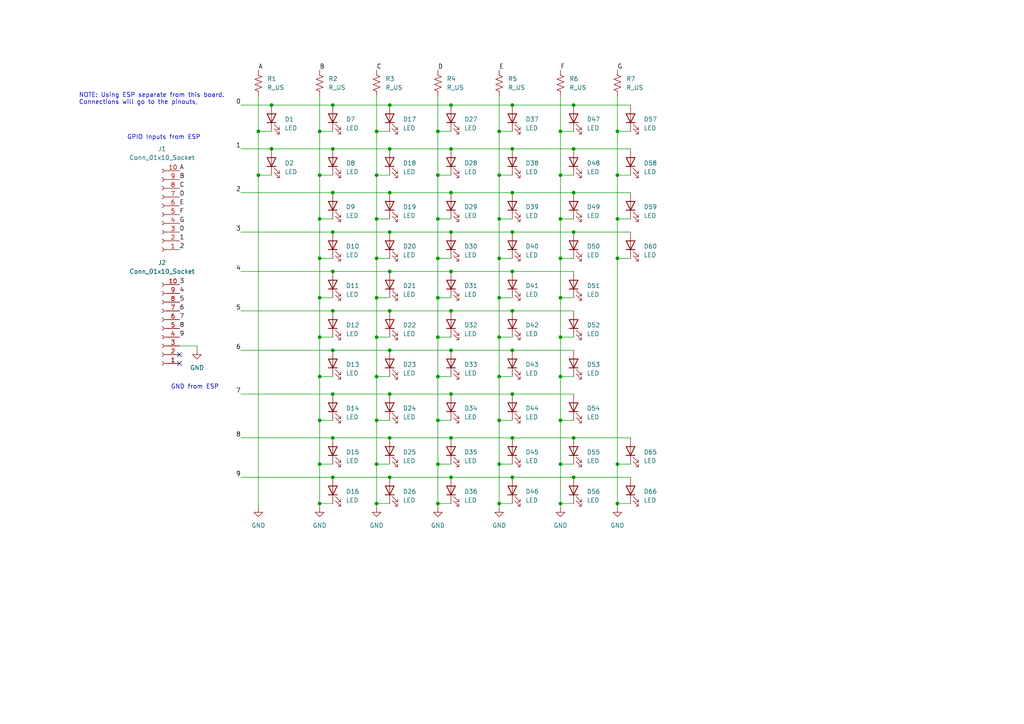
<source format=kicad_sch>
(kicad_sch (version 20230121) (generator eeschema)
  (paper "A4")
  (lib_symbols
    (symbol "Connector:Conn_01x10_Socket" (pin_names (offset 1.016) hide)
      (property "Reference" "J" (at 0 12.7 0))
      (property "Value" "Conn_01x10_Socket" (at 0 -15.24 0))
      (symbol "Conn_01x10_Socket_1_1"
        (arc (start 0 -12.192) (mid -0.5058 -12.7) (end 0 -13.208) (stroke (width 0.1524)))
        (arc (start 0 -9.652) (mid -0.5058 -10.16) (end 0 -10.668) (stroke (width 0.1524)))
        (arc (start 0 -7.112) (mid -0.5058 -7.62) (end 0 -8.128) (stroke (width 0.1524)))
        (arc (start 0 -4.572) (mid -0.5058 -5.08) (end 0 -5.588) (stroke (width 0.1524)))
        (arc (start 0 -2.032) (mid -0.5058 -2.54) (end 0 -3.048) (stroke (width 0.1524)))
        (polyline (pts (xy -1.27 -12.7) (xy -0.508 -12.7)) (stroke (width 0.1524)))
        (polyline (pts (xy -1.27 -10.16) (xy -0.508 -10.16)) (stroke (width 0.1524)))
        (polyline (pts (xy -1.27 -7.62) (xy -0.508 -7.62)) (stroke (width 0.1524)))
        (polyline (pts (xy -1.27 -5.08) (xy -0.508 -5.08)) (stroke (width 0.1524)))
        (polyline (pts (xy -1.27 -2.54) (xy -0.508 -2.54)) (stroke (width 0.1524)))
        (polyline (pts (xy -1.27 0) (xy -0.508 0)) (stroke (width 0.1524)))
        (polyline (pts (xy -1.27 2.54) (xy -0.508 2.54)) (stroke (width 0.1524)))
        (polyline (pts (xy -1.27 5.08) (xy -0.508 5.08)) (stroke (width 0.1524)))
        (polyline (pts (xy -1.27 7.62) (xy -0.508 7.62)) (stroke (width 0.1524)))
        (polyline (pts (xy -1.27 10.16) (xy -0.508 10.16)) (stroke (width 0.1524)))
        (arc (start 0 0.508) (mid -0.5058 0) (end 0 -0.508) (stroke (width 0.1524)))
        (arc (start 0 3.048) (mid -0.5058 2.54) (end 0 2.032) (stroke (width 0.1524)))
        (arc (start 0 5.588) (mid -0.5058 5.08) (end 0 4.572) (stroke (width 0.1524)))
        (arc (start 0 8.128) (mid -0.5058 7.62) (end 0 7.112) (stroke (width 0.1524)))
        (arc (start 0 10.668) (mid -0.5058 10.16) (end 0 9.652) (stroke (width 0.1524)))
        (pin passive line (at -5.08 10.16 0) (length 3.81) (name "Pin_1") (number "1"))
        (pin passive line (at -5.08 -12.7 0) (length 3.81) (name "Pin_10") (number "10"))
        (pin passive line (at -5.08 7.62 0) (length 3.81) (name "Pin_2") (number "2"))
        (pin passive line (at -5.08 5.08 0) (length 3.81) (name "Pin_3") (number "3"))
        (pin passive line (at -5.08 2.54 0) (length 3.81) (name "Pin_4") (number "4"))
        (pin passive line (at -5.08 0 0) (length 3.81) (name "Pin_5") (number "5"))
        (pin passive line (at -5.08 -2.54 0) (length 3.81) (name "Pin_6") (number "6"))
        (pin passive line (at -5.08 -5.08 0) (length 3.81) (name "Pin_7") (number "7"))
        (pin passive line (at -5.08 -7.62 0) (length 3.81) (name "Pin_8") (number "8"))
        (pin passive line (at -5.08 -10.16 0) (length 3.81) (name "Pin_9") (number "9"))
      )
    )
    (symbol "Device:LED" (pin_numbers hide) (pin_names (offset 1.016) hide)
      (property "Reference" "D" (at 0 2.54 0))
      (property "Value" "LED" (at 0 -2.54 0))
      (symbol "LED_0_1"
        (polyline (pts (xy -1.27 -1.27) (xy -1.27 1.27)) (stroke (width 0.254)))
        (polyline (pts (xy -1.27 0) (xy 1.27 0)))
        (polyline (pts (xy 1.27 -1.27) (xy 1.27 1.27) (xy -1.27 0) (xy 1.27 -1.27)) (stroke (width 0.254)))
        (polyline (pts (xy -3.048 -0.762) (xy -4.572 -2.286) (xy -3.81 -2.286) (xy -4.572 -2.286) (xy -4.572 -1.524)))
        (polyline (pts (xy -1.778 -0.762) (xy -3.302 -2.286) (xy -2.54 -2.286) (xy -3.302 -2.286) (xy -3.302 -1.524)))
      )
      (symbol "LED_1_1"
        (pin passive line (at -3.81 0 0) (length 2.54) (name "K") (number "1"))
        (pin passive line (at 3.81 0 180) (length 2.54) (name "A") (number "2"))
      )
    )
    (symbol "Device:R_US" (pin_numbers hide) (pin_names (offset 0))
      (property "Reference" "R" (at 2.54 0 90))
      (property "Value" "R_US" (at -2.54 0 90))
      (symbol "R_US_0_1"
        (polyline (pts (xy 0 -2.286) (xy 0 -2.54)))
        (polyline (pts (xy 0 2.286) (xy 0 2.54)))
        (polyline (pts (xy 0 -0.762) (xy 1.016 -1.143) (xy 0 -1.524) (xy -1.016 -1.905) (xy 0 -2.286)))
        (polyline (pts (xy 0 0.762) (xy 1.016 0.381) (xy 0 0) (xy -1.016 -0.381) (xy 0 -0.762)))
        (polyline (pts (xy 0 2.286) (xy 1.016 1.905) (xy 0 1.524) (xy -1.016 1.143) (xy 0 0.762)))
      )
      (symbol "R_US_1_1"
        (pin passive line (at 0 3.81 270) (length 1.27) (name "~") (number "1"))
        (pin passive line (at 0 -3.81 90) (length 1.27) (name "~") (number "2"))
      )
    )
    (symbol "power:GND" (power) (pin_names (offset 0))
      (property "Value" "GND" (at 0 -3.81 0))
      (symbol "GND_0_1"
        (polyline (pts (xy 0 0) (xy 0 -1.27) (xy 1.27 -1.27) (xy 0 -2.54) (xy -1.27 -1.27) (xy 0 -1.27)))
      )
      (symbol "GND_1_1"
        (pin power_in line (at 0 0 270) (length 0) hide (name "GND") (number "1"))
      )
    )
  )
  (junction (at 113.03 114.3))
  (junction (at 148.59 101.6))
  (junction (at 96.52 67.31))
  (junction (at 130.81 114.3))
  (junction (at 127 74.93))
  (junction (at 92.71 74.93))
  (junction (at 109.22 109.22))
  (junction (at 166.37 127))
  (junction (at 162.56 121.92))
  (junction (at 130.81 30.48))
  (junction (at 113.03 43.18))
  (junction (at 179.07 74.93))
  (junction (at 144.78 109.22))
  (junction (at 162.56 74.93))
  (junction (at 127 97.79))
  (junction (at 179.07 50.8))
  (junction (at 130.81 43.18))
  (junction (at 96.52 138.43))
  (junction (at 113.03 55.88))
  (junction (at 130.81 67.31))
  (junction (at 127 63.5))
  (junction (at 162.56 50.8))
  (junction (at 127 50.8))
  (junction (at 96.52 55.88))
  (junction (at 166.37 30.48))
  (junction (at 109.22 146.05))
  (junction (at 92.71 121.92))
  (junction (at 113.03 101.6))
  (junction (at 96.52 90.17))
  (junction (at 109.22 74.93))
  (junction (at 144.78 146.05))
  (junction (at 144.78 63.5))
  (junction (at 162.56 86.36))
  (junction (at 96.52 78.74))
  (junction (at 96.52 114.3))
  (junction (at 162.56 146.05))
  (junction (at 92.71 86.36))
  (junction (at 148.59 78.74))
  (junction (at 166.37 138.43))
  (junction (at 130.81 78.74))
  (junction (at 144.78 86.36))
  (junction (at 127 86.36))
  (junction (at 179.07 146.05))
  (junction (at 109.22 38.1))
  (junction (at 148.59 138.43))
  (junction (at 148.59 55.88))
  (junction (at 113.03 127))
  (junction (at 130.81 127))
  (junction (at 162.56 134.62))
  (junction (at 113.03 78.74))
  (junction (at 96.52 101.6))
  (junction (at 109.22 50.8))
  (junction (at 96.52 30.48))
  (junction (at 162.56 38.1))
  (junction (at 109.22 97.79))
  (junction (at 92.71 146.05))
  (junction (at 166.37 55.88))
  (junction (at 113.03 138.43))
  (junction (at 144.78 74.93))
  (junction (at 92.71 50.8))
  (junction (at 179.07 63.5))
  (junction (at 109.22 121.92))
  (junction (at 78.74 43.18))
  (junction (at 92.71 97.79))
  (junction (at 162.56 109.22))
  (junction (at 96.52 43.18))
  (junction (at 179.07 38.1))
  (junction (at 144.78 38.1))
  (junction (at 127 38.1))
  (junction (at 148.59 114.3))
  (junction (at 127 134.62))
  (junction (at 148.59 30.48))
  (junction (at 113.03 30.48))
  (junction (at 148.59 127))
  (junction (at 148.59 67.31))
  (junction (at 166.37 67.31))
  (junction (at 130.81 138.43))
  (junction (at 109.22 63.5))
  (junction (at 144.78 134.62))
  (junction (at 130.81 55.88))
  (junction (at 127 121.92))
  (junction (at 166.37 43.18))
  (junction (at 162.56 63.5))
  (junction (at 92.71 38.1))
  (junction (at 109.22 134.62))
  (junction (at 148.59 43.18))
  (junction (at 162.56 97.79))
  (junction (at 113.03 67.31))
  (junction (at 127 109.22))
  (junction (at 179.07 134.62))
  (junction (at 78.74 30.48))
  (junction (at 144.78 97.79))
  (junction (at 127 146.05))
  (junction (at 74.93 38.1))
  (junction (at 92.71 63.5))
  (junction (at 96.52 127))
  (junction (at 74.93 50.8))
  (junction (at 148.59 90.17))
  (junction (at 92.71 134.62))
  (junction (at 144.78 50.8))
  (junction (at 109.22 86.36))
  (junction (at 113.03 90.17))
  (junction (at 144.78 121.92))
  (junction (at 130.81 90.17))
  (junction (at 92.71 109.22))
  (junction (at 130.81 101.6))
  (no_connect (at 52.07 105.41))
  (no_connect (at 52.07 102.87))
  (wire (pts (xy 144.78 121.92) (xy 148.59 121.92)))
  (wire (pts (xy 92.71 97.79) (xy 92.71 109.22)))
  (wire (pts (xy 96.52 55.88) (xy 113.03 55.88)))
  (wire (pts (xy 92.71 63.5) (xy 96.52 63.5)))
  (wire (pts (xy 162.56 146.05) (xy 162.56 147.32)))
  (wire (pts (xy 109.22 38.1) (xy 113.03 38.1)))
  (wire (pts (xy 109.22 146.05) (xy 113.03 146.05)))
  (wire (pts (xy 92.71 134.62) (xy 92.71 146.05)))
  (wire (pts (xy 69.85 43.18) (xy 78.74 43.18)))
  (wire (pts (xy 144.78 134.62) (xy 148.59 134.62)))
  (wire (pts (xy 109.22 121.92) (xy 109.22 134.62)))
  (wire (pts (xy 74.93 38.1) (xy 74.93 50.8)))
  (wire (pts (xy 162.56 86.36) (xy 162.56 97.79)))
  (wire (pts (xy 92.71 146.05) (xy 92.71 147.32)))
  (wire (pts (xy 130.81 138.43) (xy 148.59 138.43)))
  (wire (pts (xy 92.71 38.1) (xy 96.52 38.1)))
  (wire (pts (xy 69.85 90.17) (xy 96.52 90.17)))
  (wire (pts (xy 96.52 127) (xy 113.03 127)))
  (wire (pts (xy 179.07 50.8) (xy 182.88 50.8)))
  (wire (pts (xy 92.71 74.93) (xy 96.52 74.93)))
  (wire (pts (xy 162.56 63.5) (xy 166.37 63.5)))
  (wire (pts (xy 109.22 134.62) (xy 109.22 146.05)))
  (wire (pts (xy 127 74.93) (xy 127 86.36)))
  (wire (pts (xy 144.78 86.36) (xy 148.59 86.36)))
  (wire (pts (xy 179.07 27.94) (xy 179.07 38.1)))
  (wire (pts (xy 144.78 146.05) (xy 144.78 147.32)))
  (wire (pts (xy 109.22 109.22) (xy 113.03 109.22)))
  (wire (pts (xy 109.22 74.93) (xy 113.03 74.93)))
  (wire (pts (xy 162.56 38.1) (xy 166.37 38.1)))
  (wire (pts (xy 162.56 109.22) (xy 162.56 121.92)))
  (wire (pts (xy 92.71 86.36) (xy 96.52 86.36)))
  (wire (pts (xy 130.81 43.18) (xy 148.59 43.18)))
  (wire (pts (xy 144.78 97.79) (xy 144.78 109.22)))
  (wire (pts (xy 69.85 78.74) (xy 96.52 78.74)))
  (wire (pts (xy 162.56 134.62) (xy 166.37 134.62)))
  (wire (pts (xy 144.78 109.22) (xy 144.78 121.92)))
  (wire (pts (xy 130.81 78.74) (xy 148.59 78.74)))
  (wire (pts (xy 92.71 121.92) (xy 92.71 134.62)))
  (wire (pts (xy 127 97.79) (xy 130.81 97.79)))
  (wire (pts (xy 144.78 63.5) (xy 144.78 74.93)))
  (wire (pts (xy 127 134.62) (xy 127 146.05)))
  (wire (pts (xy 92.71 74.93) (xy 92.71 86.36)))
  (wire (pts (xy 144.78 38.1) (xy 148.59 38.1)))
  (wire (pts (xy 113.03 30.48) (xy 130.81 30.48)))
  (wire (pts (xy 127 146.05) (xy 127 147.32)))
  (wire (pts (xy 96.52 90.17) (xy 113.03 90.17)))
  (wire (pts (xy 109.22 38.1) (xy 109.22 50.8)))
  (wire (pts (xy 127 86.36) (xy 127 97.79)))
  (wire (pts (xy 148.59 67.31) (xy 166.37 67.31)))
  (wire (pts (xy 127 63.5) (xy 130.81 63.5)))
  (wire (pts (xy 113.03 127) (xy 130.81 127)))
  (wire (pts (xy 179.07 146.05) (xy 182.88 146.05)))
  (wire (pts (xy 109.22 50.8) (xy 109.22 63.5)))
  (wire (pts (xy 92.71 50.8) (xy 92.71 63.5)))
  (wire (pts (xy 96.52 90.17) (xy 96.52 91.44)))
  (wire (pts (xy 113.03 43.18) (xy 130.81 43.18)))
  (wire (pts (xy 162.56 38.1) (xy 162.56 50.8)))
  (wire (pts (xy 162.56 121.92) (xy 166.37 121.92)))
  (wire (pts (xy 69.85 138.43) (xy 96.52 138.43)))
  (wire (pts (xy 113.03 138.43) (xy 130.81 138.43)))
  (wire (pts (xy 148.59 138.43) (xy 166.37 138.43)))
  (wire (pts (xy 144.78 109.22) (xy 148.59 109.22)))
  (wire (pts (xy 179.07 74.93) (xy 182.88 74.93)))
  (wire (pts (xy 144.78 74.93) (xy 144.78 86.36)))
  (wire (pts (xy 57.15 100.33) (xy 52.07 100.33)))
  (wire (pts (xy 179.07 38.1) (xy 182.88 38.1)))
  (wire (pts (xy 96.52 78.74) (xy 113.03 78.74)))
  (wire (pts (xy 92.71 63.5) (xy 92.71 74.93)))
  (wire (pts (xy 179.07 38.1) (xy 179.07 50.8)))
  (wire (pts (xy 109.22 146.05) (xy 109.22 147.32)))
  (wire (pts (xy 109.22 134.62) (xy 113.03 134.62)))
  (wire (pts (xy 148.59 90.17) (xy 166.37 90.17)))
  (wire (pts (xy 109.22 74.93) (xy 109.22 86.36)))
  (wire (pts (xy 127 109.22) (xy 130.81 109.22)))
  (wire (pts (xy 69.85 101.6) (xy 96.52 101.6)))
  (wire (pts (xy 96.52 67.31) (xy 113.03 67.31)))
  (wire (pts (xy 144.78 74.93) (xy 148.59 74.93)))
  (wire (pts (xy 127 50.8) (xy 127 63.5)))
  (wire (pts (xy 127 74.93) (xy 130.81 74.93)))
  (wire (pts (xy 144.78 27.94) (xy 144.78 38.1)))
  (wire (pts (xy 179.07 63.5) (xy 182.88 63.5)))
  (wire (pts (xy 130.81 67.31) (xy 148.59 67.31)))
  (wire (pts (xy 162.56 109.22) (xy 166.37 109.22)))
  (wire (pts (xy 127 50.8) (xy 130.81 50.8)))
  (wire (pts (xy 113.03 90.17) (xy 130.81 90.17)))
  (wire (pts (xy 162.56 146.05) (xy 166.37 146.05)))
  (wire (pts (xy 130.81 101.6) (xy 148.59 101.6)))
  (wire (pts (xy 179.07 134.62) (xy 182.88 134.62)))
  (wire (pts (xy 144.78 134.62) (xy 144.78 146.05)))
  (wire (pts (xy 109.22 97.79) (xy 113.03 97.79)))
  (wire (pts (xy 92.71 121.92) (xy 96.52 121.92)))
  (wire (pts (xy 148.59 114.3) (xy 166.37 114.3)))
  (wire (pts (xy 179.07 146.05) (xy 179.07 147.32)))
  (wire (pts (xy 57.15 101.6) (xy 57.15 100.33)))
  (wire (pts (xy 162.56 50.8) (xy 166.37 50.8)))
  (wire (pts (xy 92.71 146.05) (xy 96.52 146.05)))
  (wire (pts (xy 144.78 50.8) (xy 148.59 50.8)))
  (wire (pts (xy 130.81 127) (xy 148.59 127)))
  (wire (pts (xy 162.56 27.94) (xy 162.56 38.1)))
  (wire (pts (xy 162.56 134.62) (xy 162.56 146.05)))
  (wire (pts (xy 127 38.1) (xy 127 50.8)))
  (wire (pts (xy 74.93 38.1) (xy 78.74 38.1)))
  (wire (pts (xy 144.78 146.05) (xy 148.59 146.05)))
  (wire (pts (xy 127 109.22) (xy 127 121.92)))
  (wire (pts (xy 69.85 67.31) (xy 96.52 67.31)))
  (wire (pts (xy 130.81 114.3) (xy 148.59 114.3)))
  (wire (pts (xy 96.52 101.6) (xy 113.03 101.6)))
  (wire (pts (xy 109.22 86.36) (xy 109.22 97.79)))
  (wire (pts (xy 96.52 43.18) (xy 113.03 43.18)))
  (wire (pts (xy 127 97.79) (xy 127 109.22)))
  (wire (pts (xy 162.56 97.79) (xy 162.56 109.22)))
  (wire (pts (xy 113.03 101.6) (xy 130.81 101.6)))
  (wire (pts (xy 179.07 134.62) (xy 179.07 146.05)))
  (wire (pts (xy 148.59 55.88) (xy 166.37 55.88)))
  (wire (pts (xy 113.03 55.88) (xy 130.81 55.88)))
  (wire (pts (xy 92.71 109.22) (xy 96.52 109.22)))
  (wire (pts (xy 162.56 74.93) (xy 162.56 86.36)))
  (wire (pts (xy 69.85 114.3) (xy 96.52 114.3)))
  (wire (pts (xy 162.56 74.93) (xy 166.37 74.93)))
  (wire (pts (xy 162.56 50.8) (xy 162.56 63.5)))
  (wire (pts (xy 92.71 38.1) (xy 92.71 50.8)))
  (wire (pts (xy 92.71 50.8) (xy 96.52 50.8)))
  (wire (pts (xy 96.52 138.43) (xy 113.03 138.43)))
  (wire (pts (xy 130.81 55.88) (xy 148.59 55.88)))
  (wire (pts (xy 162.56 97.79) (xy 166.37 97.79)))
  (wire (pts (xy 92.71 109.22) (xy 92.71 121.92)))
  (wire (pts (xy 179.07 74.93) (xy 179.07 134.62)))
  (wire (pts (xy 144.78 121.92) (xy 144.78 134.62)))
  (wire (pts (xy 113.03 114.3) (xy 130.81 114.3)))
  (wire (pts (xy 144.78 50.8) (xy 144.78 63.5)))
  (wire (pts (xy 92.71 134.62) (xy 96.52 134.62)))
  (wire (pts (xy 162.56 86.36) (xy 166.37 86.36)))
  (wire (pts (xy 127 121.92) (xy 130.81 121.92)))
  (wire (pts (xy 92.71 97.79) (xy 96.52 97.79)))
  (wire (pts (xy 148.59 30.48) (xy 166.37 30.48)))
  (wire (pts (xy 144.78 86.36) (xy 144.78 97.79)))
  (wire (pts (xy 69.85 55.88) (xy 96.52 55.88)))
  (wire (pts (xy 127 121.92) (xy 127 134.62)))
  (wire (pts (xy 74.93 50.8) (xy 78.74 50.8)))
  (wire (pts (xy 127 27.94) (xy 127 38.1)))
  (wire (pts (xy 162.56 63.5) (xy 162.56 74.93)))
  (wire (pts (xy 96.52 114.3) (xy 113.03 114.3)))
  (wire (pts (xy 109.22 63.5) (xy 109.22 74.93)))
  (wire (pts (xy 166.37 55.88) (xy 182.88 55.88)))
  (wire (pts (xy 162.56 121.92) (xy 162.56 134.62)))
  (wire (pts (xy 109.22 50.8) (xy 113.03 50.8)))
  (wire (pts (xy 127 134.62) (xy 130.81 134.62)))
  (wire (pts (xy 179.07 50.8) (xy 179.07 63.5)))
  (wire (pts (xy 96.52 30.48) (xy 113.03 30.48)))
  (wire (pts (xy 144.78 38.1) (xy 144.78 50.8)))
  (wire (pts (xy 69.85 127) (xy 96.52 127)))
  (wire (pts (xy 113.03 67.31) (xy 130.81 67.31)))
  (wire (pts (xy 148.59 127) (xy 166.37 127)))
  (wire (pts (xy 92.71 86.36) (xy 92.71 97.79)))
  (wire (pts (xy 130.81 30.48) (xy 148.59 30.48)))
  (wire (pts (xy 127 146.05) (xy 130.81 146.05)))
  (wire (pts (xy 144.78 97.79) (xy 148.59 97.79)))
  (wire (pts (xy 166.37 127) (xy 182.88 127)))
  (wire (pts (xy 78.74 30.48) (xy 96.52 30.48)))
  (wire (pts (xy 179.07 63.5) (xy 179.07 74.93)))
  (wire (pts (xy 109.22 109.22) (xy 109.22 121.92)))
  (wire (pts (xy 109.22 121.92) (xy 113.03 121.92)))
  (wire (pts (xy 109.22 63.5) (xy 113.03 63.5)))
  (wire (pts (xy 130.81 90.17) (xy 148.59 90.17)))
  (wire (pts (xy 148.59 101.6) (xy 166.37 101.6)))
  (wire (pts (xy 69.85 30.48) (xy 78.74 30.48)))
  (wire (pts (xy 166.37 30.48) (xy 182.88 30.48)))
  (wire (pts (xy 127 63.5) (xy 127 74.93)))
  (wire (pts (xy 144.78 63.5) (xy 148.59 63.5)))
  (wire (pts (xy 78.74 43.18) (xy 96.52 43.18)))
  (wire (pts (xy 166.37 67.31) (xy 182.88 67.31)))
  (wire (pts (xy 148.59 78.74) (xy 166.37 78.74)))
  (wire (pts (xy 127 86.36) (xy 130.81 86.36)))
  (wire (pts (xy 166.37 43.18) (xy 182.88 43.18)))
  (wire (pts (xy 74.93 50.8) (xy 74.93 147.32)))
  (wire (pts (xy 166.37 138.43) (xy 182.88 138.43)))
  (wire (pts (xy 74.93 27.94) (xy 74.93 38.1)))
  (wire (pts (xy 92.71 27.94) (xy 92.71 38.1)))
  (wire (pts (xy 109.22 27.94) (xy 109.22 38.1)))
  (wire (pts (xy 148.59 43.18) (xy 166.37 43.18)))
  (wire (pts (xy 113.03 78.74) (xy 130.81 78.74)))
  (wire (pts (xy 127 38.1) (xy 130.81 38.1)))
  (wire (pts (xy 109.22 97.79) (xy 109.22 109.22)))
  (wire (pts (xy 109.22 86.36) (xy 113.03 86.36)))
  (text "GND from ESP\n" (at 49.53 113.03 0) (effects (font (size 1.27 1.27)) (justify left bottom)))
  (text "NOTE: Using ESP separate from this board. \nConnections will go to the pinouts," (at 22.86 30.48 0) (effects (font (size 1.27 1.27)) (justify left bottom)))
  (text "GPIO Inputs from ESP" (at 36.83 40.64 0) (effects (font (size 1.27 1.27)) (justify left bottom)))
  (label "0" (at 52.07 67.31 0))
  (label "B" (at 52.07 52.07 0))
  (label "F" (at 162.56 20.32 0))
  (label "E" (at 52.07 59.69 0))
  (label "0" (at 69.85 30.48 180))
  (label "1" (at 52.07 69.85 0))
  (label "E" (at 144.78 20.32 0))
  (label "7" (at 52.07 92.71 0))
  (label "4" (at 69.85 78.74 180))
  (label "2" (at 69.85 55.88 180))
  (label "C" (at 52.07 54.61 0))
  (label "9" (at 69.85 138.43 180))
  (label "3" (at 52.07 82.55 0))
  (label "8" (at 69.85 127 180))
  (label "A" (at 52.07 49.53 0))
  (label "B" (at 92.71 20.32 0))
  (label "7" (at 69.85 114.3 180))
  (label "F" (at 52.07 62.23 0))
  (label "D" (at 127 20.32 0))
  (label "8" (at 52.07 95.25 0))
  (label "5" (at 52.07 87.63 0))
  (label "6" (at 52.07 90.17 0))
  (label "2" (at 52.07 72.39 0))
  (label "1" (at 69.85 43.18 180))
  (label "9" (at 52.07 97.79 0))
  (label "4" (at 52.07 85.09 0))
  (label "A" (at 74.93 20.32 0))
  (label "C" (at 109.22 20.32 0))
  (label "G" (at 179.07 20.32 0))
  (label "6" (at 69.85 101.6 180))
  (label "D" (at 52.07 57.15 0))
  (label "G" (at 52.07 64.77 0))
  (label "5" (at 69.85 90.17 180))
  (label "3" (at 69.85 67.31 180))
  (symbol (lib_id "Device:LED") (at 130.81 118.11 90) (unit 1)
    (property "Reference" "D34" (at 134.62 118.4275 90) (effects (justify right)))
    (property "Value" "LED" (at 134.62 120.9675 90) (effects (justify right)))
    (property "Footprint" "LED_SMD:LED_0603_1608Metric" (effects hide))
  )
  (symbol (lib_id "Device:LED") (at 182.88 59.69 90) (unit 1)
    (property "Reference" "D59" (at 186.69 60.0075 90) (effects (justify right)))
    (property "Value" "LED" (at 186.69 62.5475 90) (effects (justify right)))
    (property "Footprint" "LED_SMD:LED_0603_1608Metric" (effects hide))
  )
  (symbol (lib_id "Device:LED") (at 182.88 46.99 90) (unit 1)
    (property "Reference" "D58" (at 186.69 47.3075 90) (effects (justify right)))
    (property "Value" "LED" (at 186.69 49.8475 90) (effects (justify right)))
    (property "Footprint" "LED_SMD:LED_0603_1608Metric" (effects hide))
  )
  (symbol (lib_id "power:GND") (at 57.15 101.6 0) (unit 1)
    (property "Reference" "#PWR08" (effects hide))
    (property "Value" "GND" (at 57.15 106.68 0))
  )
  (symbol (lib_id "Device:LED") (at 113.03 71.12 90) (unit 1)
    (property "Reference" "D20" (at 116.84 71.4375 90) (effects (justify right)))
    (property "Value" "LED" (at 116.84 73.9775 90) (effects (justify right)))
    (property "Footprint" "LED_SMD:LED_0603_1608Metric" (effects hide))
  )
  (symbol (lib_id "Device:LED") (at 130.81 142.24 90) (unit 1)
    (property "Reference" "D36" (at 134.62 142.5575 90) (effects (justify right)))
    (property "Value" "LED" (at 134.62 145.0975 90) (effects (justify right)))
    (property "Footprint" "LED_SMD:LED_0603_1608Metric" (effects hide))
  )
  (symbol (lib_id "Device:LED") (at 166.37 82.55 90) (unit 1)
    (property "Reference" "D51" (at 170.18 82.8675 90) (effects (justify right)))
    (property "Value" "LED" (at 170.18 85.4075 90) (effects (justify right)))
    (property "Footprint" "LED_SMD:LED_0603_1608Metric" (effects hide))
  )
  (symbol (lib_id "Device:LED") (at 166.37 118.11 90) (unit 1)
    (property "Reference" "D54" (at 170.18 118.4275 90) (effects (justify right)))
    (property "Value" "LED" (at 170.18 120.9675 90) (effects (justify right)))
    (property "Footprint" "LED_SMD:LED_0603_1608Metric" (effects hide))
  )
  (symbol (lib_id "Device:LED") (at 166.37 59.69 90) (unit 1)
    (property "Reference" "D49" (at 170.18 60.0075 90) (effects (justify right)))
    (property "Value" "LED" (at 170.18 62.5475 90) (effects (justify right)))
    (property "Footprint" "LED_SMD:LED_0603_1608Metric" (effects hide))
  )
  (symbol (lib_id "Device:LED") (at 130.81 59.69 90) (unit 1)
    (property "Reference" "D29" (at 134.62 60.0075 90) (effects (justify right)))
    (property "Value" "LED" (at 134.62 62.5475 90) (effects (justify right)))
    (property "Footprint" "LED_SMD:LED_0603_1608Metric" (effects hide))
  )
  (symbol (lib_id "Device:LED") (at 148.59 93.98 90) (unit 1)
    (property "Reference" "D42" (at 152.4 94.2975 90) (effects (justify right)))
    (property "Value" "LED" (at 152.4 96.8375 90) (effects (justify right)))
    (property "Footprint" "LED_SMD:LED_0603_1608Metric" (effects hide))
  )
  (symbol (lib_id "Device:LED") (at 130.81 105.41 90) (unit 1)
    (property "Reference" "D33" (at 134.62 105.7275 90) (effects (justify right)))
    (property "Value" "LED" (at 134.62 108.2675 90) (effects (justify right)))
    (property "Footprint" "LED_SMD:LED_0603_1608Metric" (effects hide))
  )
  (symbol (lib_id "power:GND") (at 109.22 147.32 0) (unit 1)
    (property "Reference" "#PWR03" (effects hide))
    (property "Value" "GND" (at 109.22 152.4 0))
  )
  (symbol (lib_id "Device:LED") (at 182.88 71.12 90) (unit 1)
    (property "Reference" "D60" (at 186.69 71.4375 90) (effects (justify right)))
    (property "Value" "LED" (at 186.69 73.9775 90) (effects (justify right)))
    (property "Footprint" "LED_SMD:LED_0603_1608Metric" (effects hide))
  )
  (symbol (lib_id "Device:LED") (at 148.59 130.81 90) (unit 1)
    (property "Reference" "D45" (at 152.4 131.1275 90) (effects (justify right)))
    (property "Value" "LED" (at 152.4 133.6675 90) (effects (justify right)))
    (property "Footprint" "LED_SMD:LED_0603_1608Metric" (effects hide))
  )
  (symbol (lib_id "Device:LED") (at 96.52 46.99 90) (unit 1)
    (property "Reference" "D8" (at 100.33 47.3075 90) (effects (justify right)))
    (property "Value" "LED" (at 100.33 49.8475 90) (effects (justify right)))
    (property "Footprint" "LED_SMD:LED_0603_1608Metric" (effects hide))
  )
  (symbol (lib_id "Device:LED") (at 113.03 105.41 90) (unit 1)
    (property "Reference" "D23" (at 116.84 105.7275 90) (effects (justify right)))
    (property "Value" "LED" (at 116.84 108.2675 90) (effects (justify right)))
    (property "Footprint" "LED_SMD:LED_0603_1608Metric" (effects hide))
  )
  (symbol (lib_id "Device:R_US") (at 162.56 24.13 0) (unit 1)
    (property "Reference" "R6" (at 165.1 22.86 0) (effects (justify left)))
    (property "Value" "R_US" (at 165.1 25.4 0) (effects (justify left)))
    (property "Footprint" "Resistor_SMD:R_0603_1608Metric" (effects hide))
  )
  (symbol (lib_id "Device:LED") (at 130.81 46.99 90) (unit 1)
    (property "Reference" "D28" (at 134.62 47.3075 90) (effects (justify right)))
    (property "Value" "LED" (at 134.62 49.8475 90) (effects (justify right)))
    (property "Footprint" "LED_SMD:LED_0603_1608Metric" (effects hide))
  )
  (symbol (lib_id "power:GND") (at 144.78 147.32 0) (unit 1)
    (property "Reference" "#PWR05" (effects hide))
    (property "Value" "GND" (at 144.78 152.4 0))
  )
  (symbol (lib_id "Device:LED") (at 113.03 142.24 90) (unit 1)
    (property "Reference" "D26" (at 116.84 142.5575 90) (effects (justify right)))
    (property "Value" "LED" (at 116.84 145.0975 90) (effects (justify right)))
    (property "Footprint" "LED_SMD:LED_0603_1608Metric" (effects hide))
  )
  (symbol (lib_id "Device:LED") (at 96.52 142.24 90) (unit 1)
    (property "Reference" "D16" (at 100.33 142.5575 90) (effects (justify right)))
    (property "Value" "LED" (at 100.33 145.0975 90) (effects (justify right)))
    (property "Footprint" "LED_SMD:LED_0603_1608Metric" (effects hide))
  )
  (symbol (lib_id "power:GND") (at 162.56 147.32 0) (unit 1)
    (property "Reference" "#PWR06" (effects hide))
    (property "Value" "GND" (at 162.56 152.4 0))
  )
  (symbol (lib_id "Device:LED") (at 166.37 130.81 90) (unit 1)
    (property "Reference" "D55" (at 170.18 131.1275 90) (effects (justify right)))
    (property "Value" "LED" (at 170.18 133.6675 90) (effects (justify right)))
    (property "Footprint" "LED_SMD:LED_0603_1608Metric" (effects hide))
  )
  (symbol (lib_id "Device:LED") (at 166.37 105.41 90) (unit 1)
    (property "Reference" "D53" (at 170.18 105.7275 90) (effects (justify right)))
    (property "Value" "LED" (at 170.18 108.2675 90) (effects (justify right)))
    (property "Footprint" "LED_SMD:LED_0603_1608Metric" (effects hide))
  )
  (symbol (lib_id "Device:LED") (at 96.52 105.41 90) (unit 1)
    (property "Reference" "D13" (at 100.33 105.7275 90) (effects (justify right)))
    (property "Value" "LED" (at 100.33 108.2675 90) (effects (justify right)))
    (property "Footprint" "LED_SMD:LED_0603_1608Metric" (effects hide))
  )
  (symbol (lib_id "Device:LED") (at 96.52 71.12 90) (unit 1)
    (property "Reference" "D10" (at 100.33 71.4375 90) (effects (justify right)))
    (property "Value" "LED" (at 100.33 73.9775 90) (effects (justify right)))
    (property "Footprint" "LED_SMD:LED_0603_1608Metric" (effects hide))
  )
  (symbol (lib_id "Device:R_US") (at 179.07 24.13 0) (unit 1)
    (property "Reference" "R7" (at 181.61 22.86 0) (effects (justify left)))
    (property "Value" "R_US" (at 181.61 25.4 0) (effects (justify left)))
    (property "Footprint" "Resistor_SMD:R_0603_1608Metric" (effects hide))
  )
  (symbol (lib_id "power:GND") (at 179.07 147.32 0) (unit 1)
    (property "Reference" "#PWR07" (effects hide))
    (property "Value" "GND" (at 179.07 152.4 0))
  )
  (symbol (lib_id "Device:LED") (at 182.88 34.29 90) (unit 1)
    (property "Reference" "D57" (at 186.69 34.6075 90) (effects (justify right)))
    (property "Value" "LED" (at 186.69 37.1475 90) (effects (justify right)))
    (property "Footprint" "LED_SMD:LED_0603_1608Metric" (effects hide))
  )
  (symbol (lib_id "Device:R_US") (at 74.93 24.13 0) (unit 1)
    (property "Reference" "R1" (at 77.47 22.86 0) (effects (justify left)))
    (property "Value" "R_US" (at 77.47 25.4 0) (effects (justify left)))
    (property "Footprint" "Resistor_SMD:R_0603_1608Metric" (effects hide))
  )
  (symbol (lib_id "Device:LED") (at 148.59 118.11 90) (unit 1)
    (property "Reference" "D44" (at 152.4 118.4275 90) (effects (justify right)))
    (property "Value" "LED" (at 152.4 120.9675 90) (effects (justify right)))
    (property "Footprint" "LED_SMD:LED_0603_1608Metric" (effects hide))
  )
  (symbol (lib_id "Device:LED") (at 130.81 34.29 90) (unit 1)
    (property "Reference" "D27" (at 134.62 34.6075 90) (effects (justify right)))
    (property "Value" "LED" (at 134.62 37.1475 90) (effects (justify right)))
    (property "Footprint" "LED_SMD:LED_0603_1608Metric" (effects hide))
  )
  (symbol (lib_id "Device:LED") (at 96.52 34.29 90) (unit 1)
    (property "Reference" "D7" (at 100.33 34.6075 90) (effects (justify right)))
    (property "Value" "LED" (at 100.33 37.1475 90) (effects (justify right)))
    (property "Footprint" "LED_SMD:LED_0603_1608Metric" (effects hide))
  )
  (symbol (lib_id "Device:LED") (at 148.59 82.55 90) (unit 1)
    (property "Reference" "D41" (at 152.4 82.8675 90) (effects (justify right)))
    (property "Value" "LED" (at 152.4 85.4075 90) (effects (justify right)))
    (property "Footprint" "LED_SMD:LED_0603_1608Metric" (effects hide))
  )
  (symbol (lib_id "power:GND") (at 92.71 147.32 0) (unit 1)
    (property "Reference" "#PWR02" (effects hide))
    (property "Value" "GND" (at 92.71 152.4 0))
  )
  (symbol (lib_id "Device:LED") (at 148.59 34.29 90) (unit 1)
    (property "Reference" "D37" (at 152.4 34.6075 90) (effects (justify right)))
    (property "Value" "LED" (at 152.4 37.1475 90) (effects (justify right)))
    (property "Footprint" "LED_SMD:LED_0603_1608Metric" (effects hide))
  )
  (symbol (lib_id "Device:LED") (at 148.59 105.41 90) (unit 1)
    (property "Reference" "D43" (at 152.4 105.7275 90) (effects (justify right)))
    (property "Value" "LED" (at 152.4 108.2675 90) (effects (justify right)))
    (property "Footprint" "LED_SMD:LED_0603_1608Metric" (effects hide))
  )
  (symbol (lib_id "Device:LED") (at 166.37 71.12 90) (unit 1)
    (property "Reference" "D50" (at 170.18 71.4375 90) (effects (justify right)))
    (property "Value" "LED" (at 170.18 73.9775 90) (effects (justify right)))
    (property "Footprint" "LED_SMD:LED_0603_1608Metric" (effects hide))
  )
  (symbol (lib_id "Device:LED") (at 96.52 130.81 90) (unit 1)
    (property "Reference" "D15" (at 100.33 131.1275 90) (effects (justify right)))
    (property "Value" "LED" (at 100.33 133.6675 90) (effects (justify right)))
    (property "Footprint" "LED_SMD:LED_0603_1608Metric" (effects hide))
  )
  (symbol (lib_id "Device:LED") (at 113.03 118.11 90) (unit 1)
    (property "Reference" "D24" (at 116.84 118.4275 90) (effects (justify right)))
    (property "Value" "LED" (at 116.84 120.9675 90) (effects (justify right)))
    (property "Footprint" "LED_SMD:LED_0603_1608Metric" (effects hide))
  )
  (symbol (lib_id "Device:LED") (at 130.81 130.81 90) (unit 1)
    (property "Reference" "D35" (at 134.62 131.1275 90) (effects (justify right)))
    (property "Value" "LED" (at 134.62 133.6675 90) (effects (justify right)))
    (property "Footprint" "LED_SMD:LED_0603_1608Metric" (effects hide))
  )
  (symbol (lib_id "Device:LED") (at 148.59 46.99 90) (unit 1)
    (property "Reference" "D38" (at 152.4 47.3075 90) (effects (justify right)))
    (property "Value" "LED" (at 152.4 49.8475 90) (effects (justify right)))
    (property "Footprint" "LED_SMD:LED_0603_1608Metric" (effects hide))
  )
  (symbol (lib_id "Device:LED") (at 113.03 59.69 90) (unit 1)
    (property "Reference" "D19" (at 116.84 60.0075 90) (effects (justify right)))
    (property "Value" "LED" (at 116.84 62.5475 90) (effects (justify right)))
    (property "Footprint" "LED_SMD:LED_0603_1608Metric" (effects hide))
  )
  (symbol (lib_id "Device:LED") (at 78.74 34.29 90) (unit 1)
    (property "Reference" "D1" (at 82.55 34.6075 90) (effects (justify right)))
    (property "Value" "LED" (at 82.55 37.1475 90) (effects (justify right)))
    (property "Footprint" "LED_SMD:LED_0603_1608Metric" (effects hide))
  )
  (symbol (lib_id "Device:LED") (at 166.37 34.29 90) (unit 1)
    (property "Reference" "D47" (at 170.18 34.6075 90) (effects (justify right)))
    (property "Value" "LED" (at 170.18 37.1475 90) (effects (justify right)))
    (property "Footprint" "LED_SMD:LED_0603_1608Metric" (effects hide))
  )
  (symbol (lib_id "Device:LED") (at 166.37 93.98 90) (unit 1)
    (property "Reference" "D52" (at 170.18 94.2975 90) (effects (justify right)))
    (property "Value" "LED" (at 170.18 96.8375 90) (effects (justify right)))
    (property "Footprint" "LED_SMD:LED_0603_1608Metric" (effects hide))
  )
  (symbol (lib_id "Device:R_US") (at 127 24.13 0) (unit 1)
    (property "Reference" "R4" (at 129.54 22.86 0) (effects (justify left)))
    (property "Value" "R_US" (at 129.54 25.4 0) (effects (justify left)))
    (property "Footprint" "Resistor_SMD:R_0603_1608Metric" (effects hide))
  )
  (symbol (lib_id "Device:LED") (at 113.03 93.98 90) (unit 1)
    (property "Reference" "D22" (at 116.84 94.2975 90) (effects (justify right)))
    (property "Value" "LED" (at 116.84 96.8375 90) (effects (justify right)))
    (property "Footprint" "LED_SMD:LED_0603_1608Metric" (effects hide))
  )
  (symbol (lib_id "Device:LED") (at 78.74 46.99 90) (unit 1)
    (property "Reference" "D2" (at 82.55 47.3075 90) (effects (justify right)))
    (property "Value" "LED" (at 82.55 49.8475 90) (effects (justify right)))
    (property "Footprint" "LED_SMD:LED_0603_1608Metric" (effects hide))
  )
  (symbol (lib_id "Device:LED") (at 148.59 59.69 90) (unit 1)
    (property "Reference" "D39" (at 152.4 60.0075 90) (effects (justify right)))
    (property "Value" "LED" (at 152.4 62.5475 90) (effects (justify right)))
    (property "Footprint" "LED_SMD:LED_0603_1608Metric" (effects hide))
  )
  (symbol (lib_id "Connector:Conn_01x10_Socket") (at 46.99 62.23 180) (unit 1)
    (property "Reference" "J1" (at 46.99 43.18 0))
    (property "Value" "Conn_01x10_Socket" (at 46.99 45.72 0))
    (property "Footprint" "Connector_PinSocket_1.00mm:PinSocket_1x10_P1.00mm_Vertical" (effects hide))
  )
  (symbol (lib_id "Device:LED") (at 96.52 82.55 90) (unit 1)
    (property "Reference" "D11" (at 100.33 82.8675 90) (effects (justify right)))
    (property "Value" "LED" (at 100.33 85.4075 90) (effects (justify right)))
    (property "Footprint" "LED_SMD:LED_0603_1608Metric" (effects hide))
  )
  (symbol (lib_id "Device:LED") (at 166.37 46.99 90) (unit 1)
    (property "Reference" "D48" (at 170.18 47.3075 90) (effects (justify right)))
    (property "Value" "LED" (at 170.18 49.8475 90) (effects (justify right)))
    (property "Footprint" "LED_SMD:LED_0603_1608Metric" (effects hide))
  )
  (symbol (lib_id "power:GND") (at 127 147.32 0) (unit 1)
    (property "Reference" "#PWR04" (effects hide))
    (property "Value" "GND" (at 127 152.4 0))
  )
  (symbol (lib_id "Device:LED") (at 182.88 142.24 90) (unit 1)
    (property "Reference" "D66" (at 186.69 142.5575 90) (effects (justify right)))
    (property "Value" "LED" (at 186.69 145.0975 90) (effects (justify right)))
    (property "Footprint" "LED_SMD:LED_0603_1608Metric" (effects hide))
  )
  (symbol (lib_id "Device:LED") (at 113.03 82.55 90) (unit 1)
    (property "Reference" "D21" (at 116.84 82.8675 90) (effects (justify right)))
    (property "Value" "LED" (at 116.84 85.4075 90) (effects (justify right)))
    (property "Footprint" "LED_SMD:LED_0603_1608Metric" (effects hide))
  )
  (symbol (lib_id "Device:LED") (at 96.52 59.69 90) (unit 1)
    (property "Reference" "D9" (at 100.33 60.0075 90) (effects (justify right)))
    (property "Value" "LED" (at 100.33 62.5475 90) (effects (justify right)))
    (property "Footprint" "LED_SMD:LED_0603_1608Metric" (effects hide))
  )
  (symbol (lib_id "Device:LED") (at 166.37 142.24 90) (unit 1)
    (property "Reference" "D56" (at 170.18 142.5575 90) (effects (justify right)))
    (property "Value" "LED" (at 170.18 145.0975 90) (effects (justify right)))
    (property "Footprint" "LED_SMD:LED_0603_1608Metric" (effects hide))
  )
  (symbol (lib_id "Device:LED") (at 130.81 93.98 90) (unit 1)
    (property "Reference" "D32" (at 134.62 94.2975 90) (effects (justify right)))
    (property "Value" "LED" (at 134.62 96.8375 90) (effects (justify right)))
    (property "Footprint" "LED_SMD:LED_0603_1608Metric" (effects hide))
  )
  (symbol (lib_id "Device:LED") (at 113.03 34.29 90) (unit 1)
    (property "Reference" "D17" (at 116.84 34.6075 90) (effects (justify right)))
    (property "Value" "LED" (at 116.84 37.1475 90) (effects (justify right)))
    (property "Footprint" "LED_SMD:LED_0603_1608Metric" (effects hide))
  )
  (symbol (lib_id "Device:R_US") (at 144.78 24.13 0) (unit 1)
    (property "Reference" "R5" (at 147.32 22.86 0) (effects (justify left)))
    (property "Value" "R_US" (at 147.32 25.4 0) (effects (justify left)))
    (property "Footprint" "Resistor_SMD:R_0603_1608Metric" (effects hide))
  )
  (symbol (lib_id "Device:LED") (at 130.81 71.12 90) (unit 1)
    (property "Reference" "D30" (at 134.62 71.4375 90) (effects (justify right)))
    (property "Value" "LED" (at 134.62 73.9775 90) (effects (justify right)))
    (property "Footprint" "LED_SMD:LED_0603_1608Metric" (effects hide))
  )
  (symbol (lib_id "Device:LED") (at 148.59 142.24 90) (unit 1)
    (property "Reference" "D46" (at 152.4 142.5575 90) (effects (justify right)))
    (property "Value" "LED" (at 152.4 145.0975 90) (effects (justify right)))
    (property "Footprint" "LED_SMD:LED_0603_1608Metric" (effects hide))
  )
  (symbol (lib_id "power:GND") (at 74.93 147.32 0) (unit 1)
    (property "Reference" "#PWR01" (effects hide))
    (property "Value" "GND" (at 74.93 152.4 0))
  )
  (symbol (lib_id "Device:R_US") (at 109.22 24.13 0) (unit 1)
    (property "Reference" "R3" (at 111.76 22.86 0) (effects (justify left)))
    (property "Value" "R_US" (at 111.76 25.4 0) (effects (justify left)))
    (property "Footprint" "Resistor_SMD:R_0603_1608Metric" (effects hide))
  )
  (symbol (lib_id "Connector:Conn_01x10_Socket") (at 46.99 95.25 180) (unit 1)
    (property "Reference" "J2" (at 46.99 76.2 0))
    (property "Value" "Conn_01x10_Socket" (at 46.99 78.74 0))
    (property "Footprint" "Connector_PinSocket_1.00mm:PinSocket_1x10_P1.00mm_Vertical" (effects hide))
  )
  (symbol (lib_id "Device:LED") (at 130.81 82.55 90) (unit 1)
    (property "Reference" "D31" (at 134.62 82.8675 90) (effects (justify right)))
    (property "Value" "LED" (at 134.62 85.4075 90) (effects (justify right)))
    (property "Footprint" "LED_SMD:LED_0603_1608Metric" (effects hide))
  )
  (symbol (lib_id "Device:LED") (at 148.59 71.12 90) (unit 1)
    (property "Reference" "D40" (at 152.4 71.4375 90) (effects (justify right)))
    (property "Value" "LED" (at 152.4 73.9775 90) (effects (justify right)))
    (property "Footprint" "LED_SMD:LED_0603_1608Metric" (effects hide))
  )
  (symbol (lib_id "Device:LED") (at 96.52 118.11 90) (unit 1)
    (property "Reference" "D14" (at 100.33 118.4275 90) (effects (justify right)))
    (property "Value" "LED" (at 100.33 120.9675 90) (effects (justify right)))
    (property "Footprint" "LED_SMD:LED_0603_1608Metric" (effects hide))
  )
  (symbol (lib_id "Device:LED") (at 182.88 130.81 90) (unit 1)
    (property "Reference" "D65" (at 186.69 131.1275 90) (effects (justify right)))
    (property "Value" "LED" (at 186.69 133.6675 90) (effects (justify right)))
    (property "Footprint" "LED_SMD:LED_0603_1608Metric" (effects hide))
  )
  (symbol (lib_id "Device:R_US") (at 92.71 24.13 0) (unit 1)
    (property "Reference" "R2" (at 95.25 22.86 0) (effects (justify left)))
    (property "Value" "R_US" (at 95.25 25.4 0) (effects (justify left)))
    (property "Footprint" "Resistor_SMD:R_0603_1608Metric" (effects hide))
  )
  (symbol (lib_id "Device:LED") (at 96.52 93.98 90) (unit 1)
    (property "Reference" "D12" (at 100.33 94.2975 90) (effects (justify right)))
    (property "Value" "LED" (at 100.33 96.8375 90) (effects (justify right)))
    (property "Footprint" "LED_SMD:LED_0603_1608Metric" (effects hide))
  )
  (symbol (lib_id "Device:LED") (at 113.03 46.99 90) (unit 1)
    (property "Reference" "D18" (at 116.84 47.3075 90) (effects (justify right)))
    (property "Value" "LED" (at 116.84 49.8475 90) (effects (justify right)))
    (property "Footprint" "LED_SMD:LED_0603_1608Metric" (effects hide))
  )
  (symbol (lib_id "Device:LED") (at 113.03 130.81 90) (unit 1)
    (property "Reference" "D25" (at 116.84 131.1275 90) (effects (justify right)))
    (property "Value" "LED" (at 116.84 133.6675 90) (effects (justify right)))
    (property "Footprint" "LED_SMD:LED_0603_1608Metric" (effects hide))
  )
)
</source>
